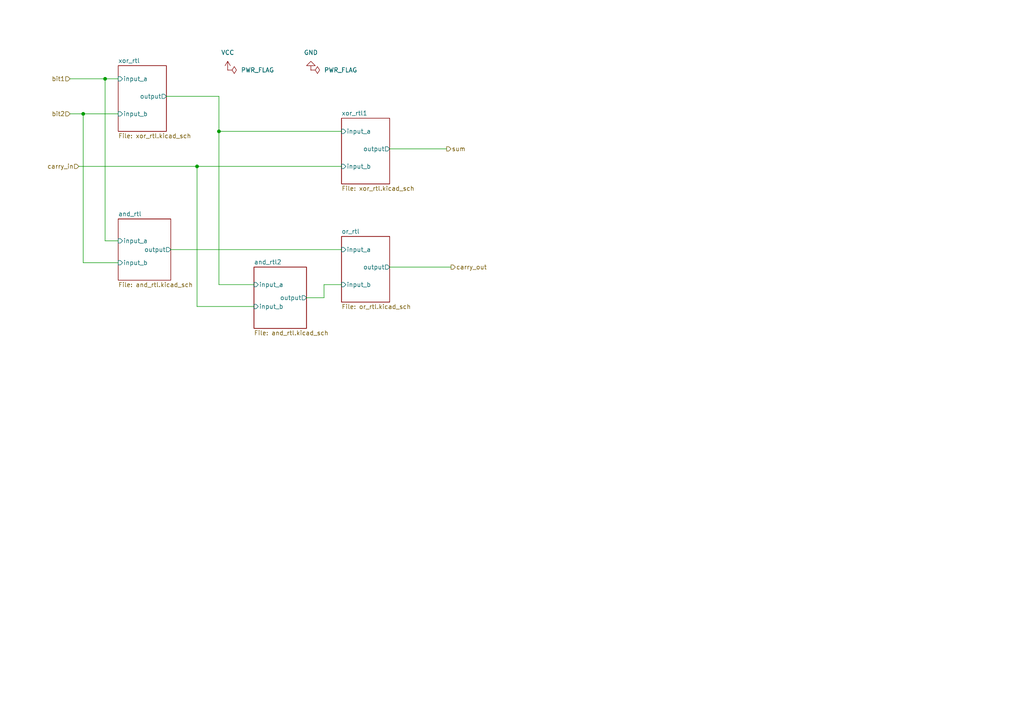
<source format=kicad_sch>
(kicad_sch (version 20230121) (generator eeschema)
  (paper "A4")
  (lib_symbols
    (symbol "power:GND" (power) (pin_names (offset 0))
      (property "Value" "GND" (at 0 -3.81 0))
      (symbol "GND_0_1"
        (polyline (pts (xy 0 0) (xy 0 -1.27) (xy 1.27 -1.27) (xy 0 -2.54) (xy -1.27 -1.27) (xy 0 -1.27)))
      )
      (symbol "GND_1_1"
        (pin power_in line (at 0 0 270) (length 0) hide (name "GND") (number "1"))
      )
    )
    (symbol "power:PWR_FLAG" (power) (pin_numbers hide) (pin_names (offset 0) hide)
      (property "Value" "PWR_FLAG" (at 0 3.81 0))
      (symbol "PWR_FLAG_0_0"
        (pin power_out line (at 0 0 90) (length 0) (name "pwr") (number "1"))
      )
      (symbol "PWR_FLAG_0_1"
        (polyline (pts (xy 0 0) (xy 0 1.27) (xy -1.016 1.905) (xy 0 2.54) (xy 1.016 1.905) (xy 0 1.27)))
      )
    )
    (symbol "power:VCC" (power) (pin_names (offset 0))
      (property "Value" "VCC" (at 0 3.81 0))
      (symbol "VCC_0_1"
        (polyline (pts (xy -0.762 1.27) (xy 0 2.54)))
        (polyline (pts (xy 0 0) (xy 0 2.54)))
        (polyline (pts (xy 0 2.54) (xy 0.762 1.27)))
      )
      (symbol "VCC_1_1"
        (pin power_in line (at 0 0 90) (length 0) hide (name "VCC") (number "1"))
      )
    )
  )
  (junction (at 63.5 38.1))
  (junction (at 24.13 33.02))
  (junction (at 57.15 48.26))
  (junction (at 30.48 22.86))
  (wire (pts (xy 20.32 33.02) (xy 24.13 33.02)))
  (wire (pts (xy 20.32 22.86) (xy 30.48 22.86)))
  (wire (pts (xy 30.48 22.86) (xy 34.29 22.86)))
  (wire (pts (xy 49.53 72.39) (xy 99.06 72.39)))
  (wire (pts (xy 63.5 82.55) (xy 63.5 38.1)))
  (wire (pts (xy 63.5 38.1) (xy 99.06 38.1)))
  (wire (pts (xy 22.86 48.26) (xy 57.15 48.26)))
  (wire (pts (xy 57.15 48.26) (xy 57.15 88.9)))
  (wire (pts (xy 30.48 69.85) (xy 34.29 69.85)))
  (wire (pts (xy 30.48 22.86) (xy 30.48 69.85)))
  (wire (pts (xy 113.03 77.47) (xy 130.81 77.47)))
  (wire (pts (xy 48.26 27.94) (xy 63.5 27.94)))
  (wire (pts (xy 24.13 76.2) (xy 34.29 76.2)))
  (wire (pts (xy 63.5 27.94) (xy 63.5 38.1)))
  (wire (pts (xy 93.98 82.55) (xy 99.06 82.55)))
  (wire (pts (xy 73.66 82.55) (xy 63.5 82.55)))
  (wire (pts (xy 93.98 86.36) (xy 93.98 82.55)))
  (wire (pts (xy 57.15 48.26) (xy 99.06 48.26)))
  (wire (pts (xy 113.03 43.18) (xy 129.54 43.18)))
  (wire (pts (xy 24.13 33.02) (xy 34.29 33.02)))
  (wire (pts (xy 88.9 86.36) (xy 93.98 86.36)))
  (wire (pts (xy 24.13 33.02) (xy 24.13 76.2)))
  (wire (pts (xy 73.66 88.9) (xy 57.15 88.9)))
  (hierarchical_label "carry_in" (shape input) (at 22.86 48.26 180))
  (hierarchical_label "bit1" (shape input) (at 20.32 22.86 180))
  (hierarchical_label "sum" (shape output) (at 129.54 43.18 0))
  (hierarchical_label "bit2" (shape input) (at 20.32 33.02 180))
  (hierarchical_label "carry_out" (shape output) (at 130.81 77.47 0))
  (symbol (lib_id "power:GND") (at 90.17 20.32 0) (mirror x) (unit 1)
    (property "Reference" "#PWR028" (effects hide))
    (property "Value" "GND" (at 90.17 15.24 0))
  )
  (symbol (lib_id "power:PWR_FLAG") (at 90.17 20.32 270) (mirror x) (unit 1)
    (property "Reference" "#FLG02" (effects hide))
    (property "Value" "PWR_FLAG" (at 93.98 20.32 90) (effects (justify left)))
  )
  (symbol (lib_id "power:VCC") (at 66.04 20.32 0) (unit 1)
    (property "Reference" "#PWR027" (effects hide))
    (property "Value" "VCC" (at 66.04 15.24 0))
  )
  (symbol (lib_id "power:PWR_FLAG") (at 66.04 20.32 270) (mirror x) (unit 1)
    (property "Reference" "#FLG01" (effects hide))
    (property "Value" "PWR_FLAG" (at 69.85 20.32 90) (effects (justify left)))
  )
  (sheet (at 73.66 77.47) (size 15.24 17.78) (stroke (width 0.1524))
    (property "Sheetname" "and_rtl2" (at 73.66 76.7584 0) (effects (justify left bottom)))
    (property "Sheetfile" "and_rtl.kicad_sch" (at 73.66 95.8346 0) (effects (justify left top)))
    (pin "input_a" input (at 73.66 82.55 180))
    (pin "input_b" input (at 73.66 88.9 180))
    (pin "output" output (at 88.9 86.36 0))
  )
  (sheet (at 34.29 63.5) (size 15.24 17.78) (stroke (width 0.1524))
    (property "Sheetname" "and_rtl" (at 34.29 62.7884 0) (effects (justify left bottom)))
    (property "Sheetfile" "and_rtl.kicad_sch" (at 34.29 81.8646 0) (effects (justify left top)))
    (pin "input_a" input (at 34.29 69.85 180))
    (pin "input_b" input (at 34.29 76.2 180))
    (pin "output" output (at 49.53 72.39 0))
  )
  (sheet (at 99.06 68.58) (size 13.97 19.05) (stroke (width 0.1524))
    (property "Sheetname" "or_rtl" (at 99.06 67.8684 0) (effects (justify left bottom)))
    (property "Sheetfile" "or_rtl.kicad_sch" (at 99.06 88.2146 0) (effects (justify left top)))
    (pin "input_a" input (at 99.06 72.39 180))
    (pin "input_b" input (at 99.06 82.55 180))
    (pin "output" output (at 113.03 77.47 0))
  )
  (sheet (at 99.06 34.29) (size 13.97 19.05) (stroke (width 0.1524))
    (property "Sheetname" "xor_rtl1" (at 99.06 33.5784 0) (effects (justify left bottom)))
    (property "Sheetfile" "xor_rtl.kicad_sch" (at 99.06 53.9246 0) (effects (justify left top)))
    (pin "input_b" input (at 99.06 48.26 180))
    (pin "input_a" input (at 99.06 38.1 180))
    (pin "output" output (at 113.03 43.18 0))
  )
  (sheet (at 34.29 19.05) (size 13.97 19.05) (stroke (width 0.1524))
    (property "Sheetname" "xor_rtl" (at 34.29 18.3384 0) (effects (justify left bottom)))
    (property "Sheetfile" "xor_rtl.kicad_sch" (at 34.29 38.6846 0) (effects (justify left top)))
    (pin "input_b" input (at 34.29 33.02 180))
    (pin "input_a" input (at 34.29 22.86 180))
    (pin "output" output (at 48.26 27.94 0))
  )
)
</source>
